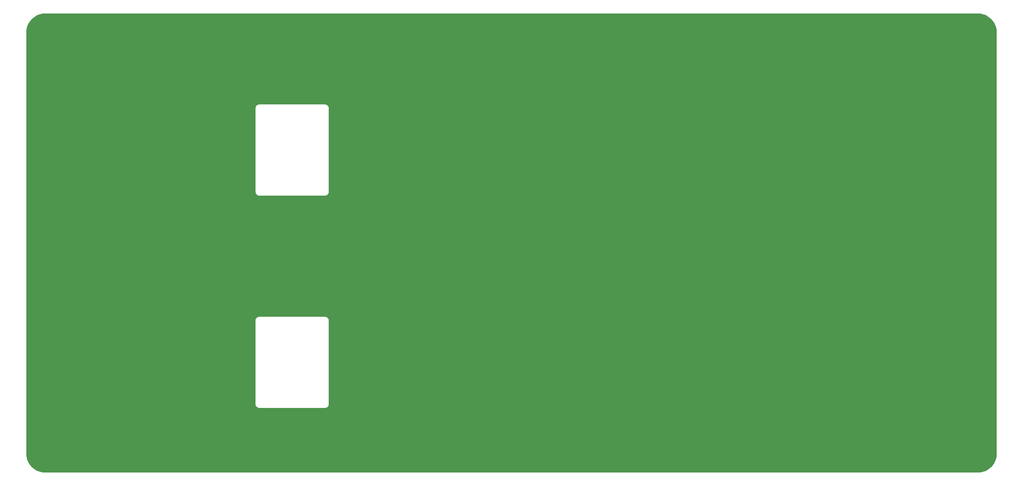
<source format=gbr>
%TF.GenerationSoftware,KiCad,Pcbnew,7.0.10*%
%TF.CreationDate,2024-05-11T12:39:29+02:00*%
%TF.ProjectId,Forte_PA_Deck,466f7274-655f-4504-915f-4465636b2e6b,1.0*%
%TF.SameCoordinates,Original*%
%TF.FileFunction,Copper,L2,Bot*%
%TF.FilePolarity,Positive*%
%FSLAX46Y46*%
G04 Gerber Fmt 4.6, Leading zero omitted, Abs format (unit mm)*
G04 Created by KiCad (PCBNEW 7.0.10) date 2024-05-11 12:39:29*
%MOMM*%
%LPD*%
G01*
G04 APERTURE LIST*
%TA.AperFunction,ComponentPad*%
%ADD10C,4.000000*%
%TD*%
%TA.AperFunction,ComponentPad*%
%ADD11O,1.600000X1.600000*%
%TD*%
%TA.AperFunction,ComponentPad*%
%ADD12O,2.500000X4.500000*%
%TD*%
%TA.AperFunction,ViaPad*%
%ADD13C,1.750000*%
%TD*%
%TA.AperFunction,ViaPad*%
%ADD14C,1.000000*%
%TD*%
%TA.AperFunction,ViaPad*%
%ADD15C,9.000000*%
%TD*%
G04 APERTURE END LIST*
D10*
%TO.P,J4,1,Pin_1*%
%TO.N,GND*%
X256790000Y-128000000D03*
X256790000Y-138800000D03*
X262000000Y-128000000D03*
X262000000Y-138800000D03*
X267210000Y-128000000D03*
X267210000Y-138800000D03*
%TD*%
D11*
%TO.P,TH1,2*%
%TO.N,GND*%
X94750000Y-54000000D03*
%TD*%
%TO.P,TH3,2*%
%TO.N,GND*%
X81750000Y-117440000D03*
%TD*%
D12*
%TO.P,Q2,2,S*%
%TO.N,GND*%
X94050000Y-108000000D03*
%TD*%
%TO.P,Q1,2,S*%
%TO.N,GND*%
X94050000Y-83800000D03*
%TD*%
D11*
%TO.P,TH2,2*%
%TO.N,GND*%
X81800000Y-74560000D03*
%TD*%
D13*
%TO.N,GND*%
X96000000Y-88500000D03*
D14*
X101828600Y-51054000D03*
X93065600Y-40335200D03*
X36550000Y-33250000D03*
X245850000Y-33250000D03*
X25000000Y-104050000D03*
X276250000Y-127700000D03*
D13*
X186750000Y-113000000D03*
D14*
X63231296Y-84974792D03*
X199500000Y-148000000D03*
X58250000Y-151500000D03*
D13*
X135166664Y-141750000D03*
X242916664Y-98250000D03*
D14*
X276250000Y-134600000D03*
D13*
X127249998Y-115750000D03*
X141583330Y-126000000D03*
D14*
X30750000Y-134750000D03*
X43000000Y-130000000D03*
X58500000Y-46750000D03*
X276250000Y-120800000D03*
X50250000Y-91050000D03*
X278750000Y-117700000D03*
X28000000Y-100550000D03*
X142350000Y-33250000D03*
X45750000Y-105550000D03*
X184550000Y-151500000D03*
X60550000Y-151500000D03*
D13*
X131583331Y-141750000D03*
X159500000Y-115750000D03*
X82000000Y-124250000D03*
D14*
X276250000Y-95500000D03*
X156150000Y-33250000D03*
X209850000Y-151500000D03*
D13*
X91500000Y-81500000D03*
X260833329Y-98250000D03*
D14*
X152000000Y-38000000D03*
D13*
X107400000Y-54600000D03*
D14*
X106000000Y-38000000D03*
X278750000Y-67450000D03*
X100507800Y-49149000D03*
X70500000Y-80750000D03*
X45750000Y-119350000D03*
D13*
X137999997Y-115750000D03*
X183583332Y-53000000D03*
D14*
X190300000Y-148000000D03*
X115750000Y-151500000D03*
X218250000Y-33250000D03*
D13*
X183333332Y-62250000D03*
X153333329Y-58750000D03*
D14*
X45750000Y-103250000D03*
D13*
X107150000Y-75600000D03*
X148749996Y-126000000D03*
D14*
X50250000Y-104850000D03*
X228250000Y-151500000D03*
X278750000Y-69750000D03*
X28000000Y-114350000D03*
D13*
X156916662Y-50000000D03*
D14*
X84407800Y-49149000D03*
X278750000Y-120000000D03*
D13*
X183749999Y-103250000D03*
D14*
X260450000Y-151500000D03*
X108850000Y-151500000D03*
X278750000Y-138400000D03*
D13*
X231416669Y-90750000D03*
D14*
X278750000Y-115400000D03*
X106800000Y-146500000D03*
X142800000Y-38000000D03*
X85850000Y-151500000D03*
D13*
X160500000Y-58750000D03*
X155916662Y-135500000D03*
X152333329Y-126000000D03*
D14*
X41000000Y-65250000D03*
D13*
X82000000Y-131750000D03*
D14*
X48750000Y-129750000D03*
D13*
X88166663Y-141750000D03*
D14*
X213650000Y-33250000D03*
X170750000Y-151500000D03*
X25000000Y-108650000D03*
X149250000Y-33250000D03*
D13*
X259000000Y-50083335D03*
D14*
X54250000Y-53000000D03*
X79200000Y-146500000D03*
X206400000Y-148000000D03*
X45750000Y-112450000D03*
X31700000Y-87750000D03*
X149700000Y-38000000D03*
D13*
X221416666Y-98250000D03*
D14*
X104500000Y-146500000D03*
X62850000Y-151500000D03*
X89450000Y-33250000D03*
D13*
X124416665Y-141750000D03*
X77416664Y-141750000D03*
X113666666Y-67250000D03*
D14*
X215950000Y-33250000D03*
D13*
X224999999Y-98250000D03*
D14*
X98207800Y-49149000D03*
X43750000Y-46000000D03*
X183400000Y-148000000D03*
X96350000Y-33250000D03*
X275750000Y-54700000D03*
X225150000Y-33250000D03*
X99900000Y-146500000D03*
X70500000Y-79250000D03*
X105550000Y-33250000D03*
X25000000Y-140850000D03*
X45750000Y-98650000D03*
D13*
X259000000Y-39333331D03*
X91500000Y-108750000D03*
D14*
X83550000Y-151500000D03*
D13*
X107150000Y-67350000D03*
D14*
X174800000Y-38000000D03*
D13*
X155916662Y-115750000D03*
D14*
X190900000Y-38000000D03*
X29750000Y-79250000D03*
X25000000Y-55750000D03*
X172250000Y-33250000D03*
X66500000Y-85500000D03*
X61515000Y-70060000D03*
X59750000Y-46750000D03*
X28000000Y-91350000D03*
D13*
X217833333Y-98250000D03*
D14*
X276250000Y-93200000D03*
X70500000Y-111250000D03*
D13*
X243450000Y-69950000D03*
D14*
X74350000Y-151500000D03*
D13*
X82000000Y-127750000D03*
D14*
X126700000Y-38000000D03*
X39000000Y-75000000D03*
D13*
X124666665Y-58750000D03*
D14*
X213300000Y-148000000D03*
X45750000Y-94050000D03*
X278750000Y-140700000D03*
D13*
X130833331Y-135500000D03*
X85000000Y-81600000D03*
D14*
X222850000Y-33250000D03*
X59000000Y-64250000D03*
D13*
X110083333Y-141750000D03*
D14*
X75666600Y-44831000D03*
X113450000Y-151500000D03*
X144650000Y-33250000D03*
X40500000Y-87700000D03*
X181450000Y-33250000D03*
X151550000Y-33250000D03*
X222500000Y-148000000D03*
X195250000Y-33250000D03*
X25000000Y-101750000D03*
X28000000Y-89050000D03*
D13*
X190916665Y-103250000D03*
D14*
X276250000Y-123100000D03*
D13*
X146166663Y-50000000D03*
D14*
X99528600Y-51054000D03*
X196050000Y-151500000D03*
X129000000Y-38000000D03*
D13*
X169000000Y-62250000D03*
D14*
X276250000Y-107000000D03*
X116000000Y-146500000D03*
X223650000Y-151500000D03*
D13*
X105750000Y-115750000D03*
X198499999Y-141250000D03*
X127999998Y-141750000D03*
D14*
X120350000Y-151500000D03*
X197800000Y-38000000D03*
X75900000Y-84900000D03*
X49500000Y-123750000D03*
D13*
X123666665Y-135500000D03*
D14*
X95300000Y-146500000D03*
X45750000Y-96350000D03*
X50250000Y-88750000D03*
D13*
X159500000Y-126000000D03*
D14*
X36500000Y-61500000D03*
X45750000Y-82550000D03*
X137750000Y-33250000D03*
D13*
X197916664Y-53000000D03*
D14*
X122650000Y-151500000D03*
X52650000Y-33250000D03*
X25000000Y-122450000D03*
D13*
X131833331Y-50000000D03*
X135416664Y-50000000D03*
D14*
X197200000Y-148000000D03*
D13*
X152333329Y-135500000D03*
X257000000Y-133500000D03*
X191333333Y-141250000D03*
X130833331Y-115750000D03*
D14*
X40500000Y-126800000D03*
X200100000Y-38000000D03*
X161750000Y-151500000D03*
D13*
X84900000Y-109500000D03*
D14*
X145650000Y-151500000D03*
D13*
X76000000Y-95750000D03*
D14*
X143600000Y-146500000D03*
X132100000Y-146500000D03*
X246650000Y-151500000D03*
X45750000Y-89450000D03*
X148200000Y-146500000D03*
X93607800Y-49149000D03*
X198350000Y-151500000D03*
X66450000Y-33250000D03*
X41250000Y-52500000D03*
D13*
X88000000Y-101300000D03*
D14*
X241250000Y-33250000D03*
D13*
X257200000Y-74450001D03*
X120083332Y-115750000D03*
D14*
X97228600Y-51054000D03*
X78828600Y-51054000D03*
D13*
X109333333Y-135500000D03*
D14*
X117050000Y-33250000D03*
X32250000Y-58250000D03*
D13*
X259000000Y-46500002D03*
X141583330Y-115750000D03*
X106750000Y-50000000D03*
D14*
X278750000Y-143000000D03*
X236000000Y-35500000D03*
X78740000Y-38963600D03*
X28000000Y-86750000D03*
D15*
X95000000Y-95750000D03*
D14*
X278750000Y-136100000D03*
X276250000Y-116200000D03*
D13*
X91500000Y-84500000D03*
D14*
X276250000Y-111600000D03*
X79950000Y-84925000D03*
X188600000Y-38000000D03*
X90328600Y-51054000D03*
X25000000Y-69550000D03*
X28000000Y-116650000D03*
X25000000Y-87950000D03*
X25000000Y-115550000D03*
D13*
X215416669Y-113000000D03*
D14*
X63250000Y-118000000D03*
X34250000Y-33250000D03*
X31250000Y-53750000D03*
D15*
X166000000Y-147000000D03*
D14*
X150500000Y-146500000D03*
X37550000Y-151500000D03*
X50250000Y-100250000D03*
X276250000Y-130000000D03*
D13*
X219166662Y-62250000D03*
X201499997Y-53000000D03*
D14*
X92750000Y-151500000D03*
X79807800Y-49149000D03*
X226000000Y-41500000D03*
X25000000Y-71850000D03*
D13*
X88000000Y-97000000D03*
D14*
X61785000Y-125550000D03*
X131850000Y-151500000D03*
X69750000Y-40750000D03*
X236000000Y-37250000D03*
D13*
X187333332Y-103250000D03*
X215999996Y-103250000D03*
D14*
X86100000Y-146500000D03*
D13*
X253666663Y-98250000D03*
D14*
X25000000Y-110950000D03*
D13*
X116499999Y-126000000D03*
D14*
X49050000Y-151500000D03*
D13*
X193916666Y-113000000D03*
D14*
X250450000Y-33250000D03*
X28000000Y-107450000D03*
D13*
X59499999Y-141750000D03*
D14*
X276250000Y-139200000D03*
X66000000Y-47000000D03*
D13*
X242166668Y-90750000D03*
D14*
X193200000Y-38000000D03*
X229750000Y-33250000D03*
X57500000Y-124000000D03*
X25000000Y-131650000D03*
X188350000Y-33250000D03*
D13*
X134416664Y-115750000D03*
D14*
X209050000Y-33250000D03*
X278750000Y-113100000D03*
D15*
X166000000Y-41000000D03*
D13*
X160500000Y-50000000D03*
D14*
X50250000Y-118650000D03*
X186300000Y-38000000D03*
X88028600Y-51054000D03*
D13*
X131583331Y-67250000D03*
D14*
X40500000Y-90000000D03*
X79500000Y-122500000D03*
X45750000Y-84850000D03*
X45750000Y-87150000D03*
X67250000Y-38000000D03*
X278750000Y-65150000D03*
X190650000Y-33250000D03*
X100950000Y-33250000D03*
X63100000Y-146500000D03*
X46250000Y-132250000D03*
X52000000Y-121250000D03*
X25000000Y-83350000D03*
D13*
X121083332Y-50000000D03*
X149499996Y-141750000D03*
X239333331Y-98250000D03*
D14*
X110600000Y-38000000D03*
X52750000Y-72750000D03*
D13*
X63083332Y-141750000D03*
D14*
X134400000Y-146500000D03*
X71900000Y-107300000D03*
X63250000Y-74000000D03*
X35250000Y-134750000D03*
X82000000Y-111250000D03*
X110150000Y-33250000D03*
X275750000Y-63900000D03*
X239750000Y-151500000D03*
X87150000Y-33250000D03*
X75250000Y-125000000D03*
X248950000Y-151500000D03*
X276250000Y-97800000D03*
X276250000Y-113900000D03*
X40750000Y-137750000D03*
D13*
X187166665Y-53000000D03*
X198383333Y-83000000D03*
D14*
X276250000Y-104700000D03*
X25000000Y-113250000D03*
X226000000Y-39750000D03*
X140500000Y-38000000D03*
X49750000Y-50250000D03*
X153850000Y-33250000D03*
X41250000Y-51250000D03*
X40500000Y-92300000D03*
X102200000Y-146500000D03*
X80000000Y-112000000D03*
D13*
X194499998Y-103250000D03*
D14*
X76750000Y-36750000D03*
X43000000Y-63000000D03*
X40500000Y-101500000D03*
D13*
X190499998Y-62250000D03*
D14*
X28000000Y-102850000D03*
X211350000Y-33250000D03*
X80500000Y-80250000D03*
X248150000Y-33250000D03*
X90765600Y-40335200D03*
D13*
X219583329Y-103250000D03*
X214250000Y-98250000D03*
D14*
X40500000Y-110700000D03*
X278750000Y-101600000D03*
X83800000Y-146500000D03*
X86165600Y-40335200D03*
X185700000Y-148000000D03*
D13*
X138999997Y-58750000D03*
D14*
X226000000Y-43799503D03*
D13*
X137999997Y-126000000D03*
X134416664Y-135500000D03*
X226750000Y-103250000D03*
X120833332Y-67250000D03*
D14*
X45750000Y-110150000D03*
X36000000Y-114300000D03*
D13*
X209249998Y-141250000D03*
X138749997Y-67250000D03*
X155916662Y-126000000D03*
D14*
X31500000Y-78250000D03*
X207000000Y-38000000D03*
X28000000Y-125850000D03*
X50250000Y-95650000D03*
X73350000Y-33250000D03*
D13*
X153083329Y-67250000D03*
D14*
X221350000Y-151500000D03*
X42150000Y-151500000D03*
D13*
X116499999Y-115750000D03*
X120833332Y-141750000D03*
X124416665Y-67250000D03*
D14*
X78765400Y-36750000D03*
D13*
X131833331Y-58750000D03*
D14*
X37000000Y-53250000D03*
X227100000Y-148000000D03*
D13*
X176166666Y-62250000D03*
D14*
X113700000Y-146500000D03*
X104851200Y-40741600D03*
D13*
X145166663Y-126000000D03*
D14*
X150250000Y-151500000D03*
X72766600Y-44831000D03*
X40500000Y-103800000D03*
X98650000Y-33250000D03*
X278750000Y-126900000D03*
D13*
X176583333Y-103250000D03*
X259000000Y-68000000D03*
D14*
X59000000Y-43250000D03*
X220800000Y-38000000D03*
X200650000Y-151500000D03*
D13*
X145166663Y-135500000D03*
D14*
X95000000Y-111250000D03*
D13*
X201249997Y-62250000D03*
D14*
X163050000Y-33250000D03*
X235150000Y-151500000D03*
X165350000Y-33250000D03*
X278750000Y-51350000D03*
D13*
X243450000Y-73533333D03*
X127249998Y-126000000D03*
D14*
X48050000Y-33250000D03*
D13*
X259149999Y-145600000D03*
D14*
X88400000Y-146500000D03*
X25000000Y-124750000D03*
D13*
X166900000Y-106400000D03*
X105750000Y-126000000D03*
D14*
X278750000Y-133800000D03*
X278750000Y-58250000D03*
X34000000Y-87750000D03*
D13*
X250083330Y-98250000D03*
X205549999Y-83000000D03*
D14*
X43450000Y-33250000D03*
D13*
X70249998Y-141750000D03*
D14*
X135900000Y-38000000D03*
X91307800Y-49149000D03*
X126250000Y-33250000D03*
D13*
X194916666Y-141250000D03*
X55916666Y-141750000D03*
X145916663Y-141750000D03*
D14*
X79900000Y-107300000D03*
X179400000Y-38000000D03*
D13*
X145916663Y-67250000D03*
X259000000Y-57250001D03*
D14*
X125200000Y-146500000D03*
X63250000Y-116500000D03*
X227750000Y-67000000D03*
X66750000Y-79000000D03*
X197550000Y-33250000D03*
D13*
X117249999Y-141750000D03*
D14*
X83865600Y-40335200D03*
X278750000Y-37550000D03*
X40500000Y-113000000D03*
D13*
X223000000Y-53000000D03*
D14*
X50250000Y-116350000D03*
X278750000Y-60550000D03*
X45750000Y-117050000D03*
X35250000Y-140750000D03*
X195500000Y-38000000D03*
D13*
X84583330Y-141750000D03*
D14*
X237450000Y-151500000D03*
X25000000Y-120150000D03*
D13*
X251983333Y-145600000D03*
X130833331Y-126000000D03*
D14*
X65500000Y-65500000D03*
X158900000Y-38000000D03*
X191450000Y-151500000D03*
X97600000Y-146500000D03*
X209300000Y-38000000D03*
X119800000Y-38000000D03*
X177650000Y-151500000D03*
X36250000Y-66750000D03*
D13*
X95333329Y-141750000D03*
D14*
X118300000Y-146500000D03*
D13*
X264166666Y-133500000D03*
X127999998Y-67250000D03*
X82600000Y-71200000D03*
D15*
X271000000Y-147000000D03*
D13*
X197666664Y-62250000D03*
D14*
X172500000Y-38000000D03*
X232850000Y-151500000D03*
X127250000Y-151500000D03*
X104250000Y-151500000D03*
X72050000Y-151500000D03*
X66000000Y-50000000D03*
X40500000Y-94600000D03*
X50350000Y-33250000D03*
X40500000Y-78500000D03*
X174550000Y-33250000D03*
X181700000Y-38000000D03*
X227450000Y-33250000D03*
D13*
X153083329Y-141750000D03*
D14*
X63750000Y-92000000D03*
X44450000Y-151500000D03*
X70000000Y-146500000D03*
X232050000Y-33250000D03*
X186850000Y-151500000D03*
D13*
X91000000Y-103100000D03*
D14*
X88465600Y-40335200D03*
X38000000Y-134750000D03*
X50250000Y-86450000D03*
D13*
X242883333Y-56050000D03*
D14*
X25000000Y-127050000D03*
D13*
X88000000Y-89800000D03*
X73000000Y-95750000D03*
D14*
X69700000Y-52500000D03*
X117500000Y-38000000D03*
X65150000Y-151500000D03*
D13*
X239300000Y-56050000D03*
D14*
X30750000Y-58250000D03*
D13*
X208833330Y-103250000D03*
X116499999Y-135500000D03*
D14*
X178800000Y-148000000D03*
D13*
X257200000Y-78033334D03*
X180166666Y-103250000D03*
D14*
X77400000Y-115950000D03*
D13*
X148749996Y-135500000D03*
D14*
X112450000Y-33250000D03*
D13*
X107400000Y-58850000D03*
D14*
X40500000Y-124500000D03*
X101950000Y-151500000D03*
X112900000Y-38000000D03*
D13*
X162100000Y-112200000D03*
D14*
X81500000Y-146500000D03*
X64150000Y-33250000D03*
X45000000Y-56000000D03*
X82550000Y-33250000D03*
D13*
X246499997Y-98250000D03*
D14*
X275750000Y-66200000D03*
X25000000Y-90250000D03*
X278750000Y-44450000D03*
X176850000Y-33250000D03*
D13*
X208249998Y-113000000D03*
D14*
X50250000Y-97950000D03*
X89500000Y-53000000D03*
X234350000Y-33250000D03*
X63750000Y-99750000D03*
X127500000Y-146500000D03*
X40500000Y-115300000D03*
X25000000Y-74150000D03*
X38250000Y-140000000D03*
X51500000Y-40000000D03*
D13*
X141583330Y-135500000D03*
D14*
X265050000Y-151500000D03*
X229400000Y-148000000D03*
X108300000Y-38000000D03*
D13*
X91500000Y-106500000D03*
D14*
X25000000Y-81050000D03*
X208700000Y-148000000D03*
X40500000Y-99200000D03*
X189150000Y-151500000D03*
X28000000Y-123550000D03*
X25000000Y-44250000D03*
X45250000Y-59250000D03*
D13*
X179749999Y-62250000D03*
D14*
X45750000Y-114750000D03*
D13*
X95500000Y-103000000D03*
D14*
X83000000Y-80500000D03*
X79000000Y-59800000D03*
D13*
X142583330Y-50000000D03*
D14*
X278750000Y-103900000D03*
D13*
X187750000Y-141250000D03*
D14*
X202150000Y-33250000D03*
X28000000Y-118950000D03*
X50250000Y-79550000D03*
X40500000Y-122200000D03*
X74000000Y-51000000D03*
X173050000Y-151500000D03*
X38850000Y-33250000D03*
X136450000Y-151500000D03*
D13*
X197499999Y-113000000D03*
D14*
X176500000Y-148000000D03*
X59000000Y-66000000D03*
D13*
X138749997Y-141750000D03*
D14*
X129800000Y-146500000D03*
X83000000Y-86750000D03*
X158450000Y-33250000D03*
X91750000Y-33250000D03*
X278750000Y-99300000D03*
X40500000Y-119900000D03*
X122100000Y-38000000D03*
X57750000Y-76000000D03*
X51250000Y-127250000D03*
X275750000Y-52400000D03*
X25000000Y-94850000D03*
D13*
X135416664Y-58750000D03*
D14*
X95050000Y-151500000D03*
X45750000Y-123950000D03*
X227750000Y-65250000D03*
X111400000Y-146500000D03*
X81500000Y-101250000D03*
X45750000Y-91750000D03*
D13*
X268000000Y-98250000D03*
X82600000Y-62200000D03*
D14*
X80500000Y-69250000D03*
X276250000Y-141500000D03*
X77507800Y-49149000D03*
X72500000Y-125000000D03*
X109100000Y-146500000D03*
X41250000Y-75000000D03*
X216200000Y-38000000D03*
D13*
X172583333Y-62250000D03*
D14*
X278750000Y-49050000D03*
X220550000Y-33250000D03*
D13*
X113916666Y-58750000D03*
D14*
X25000000Y-92550000D03*
X37500000Y-78250000D03*
X218500000Y-38000000D03*
D13*
X156916662Y-58750000D03*
X201083332Y-113000000D03*
D14*
X92250000Y-111250000D03*
X76650000Y-151500000D03*
X264250000Y-33250000D03*
D13*
X153333329Y-50000000D03*
D14*
X43750000Y-78250000D03*
X71050000Y-33250000D03*
X202400000Y-38000000D03*
X60800000Y-146500000D03*
X252750000Y-33250000D03*
D13*
X120083332Y-126000000D03*
D14*
X179150000Y-33250000D03*
X25000000Y-51150000D03*
X40500000Y-85400000D03*
D13*
X190333333Y-113000000D03*
D14*
X68750000Y-87250000D03*
D13*
X190749998Y-53000000D03*
X205666665Y-141250000D03*
D14*
X25000000Y-76450000D03*
X49250000Y-68750000D03*
D13*
X127249998Y-135500000D03*
D14*
X74600000Y-146500000D03*
X278750000Y-39850000D03*
X57750000Y-115000000D03*
D13*
X124666665Y-50000000D03*
D14*
X53000000Y-46750000D03*
D13*
X159500000Y-135500000D03*
D14*
X278750000Y-106200000D03*
D13*
X84750000Y-97000000D03*
X205083330Y-53000000D03*
D14*
X25000000Y-99450000D03*
X67700000Y-146500000D03*
X43750000Y-134500000D03*
X169950000Y-33250000D03*
D13*
X149749996Y-58750000D03*
D14*
X225400000Y-38000000D03*
D13*
X123666665Y-115750000D03*
X259000000Y-60833334D03*
X194800000Y-83000000D03*
D14*
X75650000Y-33250000D03*
D13*
X223166662Y-103250000D03*
X103900000Y-94200000D03*
X149499996Y-67250000D03*
D14*
X111150000Y-151500000D03*
D13*
X257200000Y-81616667D03*
D14*
X120600000Y-146500000D03*
X25000000Y-78750000D03*
X57750000Y-73750000D03*
X77950000Y-33250000D03*
D13*
X216416669Y-141250000D03*
D14*
X238950000Y-33250000D03*
X130850000Y-33250000D03*
X154300000Y-38000000D03*
X278750000Y-124600000D03*
X56250000Y-124000000D03*
D13*
X160250000Y-141750000D03*
X82600000Y-65000000D03*
D14*
X77750000Y-66000000D03*
X25000000Y-46550000D03*
D13*
X232166665Y-98250000D03*
D14*
X43750000Y-44000000D03*
X141300000Y-146500000D03*
X28000000Y-128150000D03*
D13*
X215833329Y-53000000D03*
D14*
X204450000Y-33250000D03*
X124950000Y-151500000D03*
X33000000Y-134750000D03*
X28000000Y-84450000D03*
X244350000Y-151500000D03*
X204700000Y-38000000D03*
X152550000Y-151500000D03*
D13*
X228583332Y-98250000D03*
D14*
X212150000Y-151500000D03*
X36000000Y-116600000D03*
D13*
X198383333Y-73400000D03*
X227833331Y-90750000D03*
D14*
X141050000Y-151500000D03*
X202950000Y-151500000D03*
X225950000Y-151500000D03*
X46250000Y-75000000D03*
X52500000Y-63250000D03*
D13*
X105750000Y-130750000D03*
D14*
X40250000Y-68000000D03*
D13*
X88000000Y-94500000D03*
D14*
X278750000Y-55950000D03*
D13*
X164500000Y-109300000D03*
D14*
X50250000Y-107150000D03*
X204100000Y-148000000D03*
X227700000Y-38000000D03*
X44000000Y-75000000D03*
X276250000Y-100100000D03*
D13*
X205549999Y-73400000D03*
D14*
X76581000Y-39014400D03*
X217900000Y-148000000D03*
X275750000Y-50100000D03*
X107850000Y-33250000D03*
D13*
X248400000Y-145600000D03*
D14*
X216750000Y-151500000D03*
X57750000Y-117000000D03*
X53650000Y-151500000D03*
X50250000Y-111750000D03*
X102666800Y-45237400D03*
X38750000Y-63750000D03*
D13*
X113666666Y-141750000D03*
X112916666Y-135500000D03*
X257200000Y-85200000D03*
X142333330Y-141750000D03*
D14*
X72750000Y-120750000D03*
X74500000Y-73250000D03*
X257350000Y-33250000D03*
D13*
X80999997Y-141750000D03*
D14*
X278750000Y-94700000D03*
X93000000Y-146500000D03*
X56500000Y-46750000D03*
X86707800Y-49149000D03*
X253550000Y-151500000D03*
X28000000Y-105150000D03*
D13*
X121083332Y-58750000D03*
D14*
X51000000Y-74500000D03*
D13*
X219416662Y-53000000D03*
D14*
X45750000Y-100950000D03*
X70250000Y-62250000D03*
D13*
X235000002Y-90750000D03*
D14*
X45750000Y-33250000D03*
X131300000Y-38000000D03*
D13*
X101300000Y-95900000D03*
D14*
X25000000Y-85650000D03*
X227750000Y-60000000D03*
X213900000Y-38000000D03*
X45750000Y-80250000D03*
X76500000Y-51000000D03*
X276250000Y-132300000D03*
X242050000Y-151500000D03*
X160750000Y-33250000D03*
D13*
X201966666Y-73400000D03*
D14*
X122900000Y-146500000D03*
D13*
X52333333Y-141750000D03*
D14*
X95326200Y-40360600D03*
X83600000Y-57600000D03*
D13*
X123666665Y-126000000D03*
D14*
X45750000Y-121650000D03*
D13*
X242900000Y-49850000D03*
D14*
X275750000Y-61600000D03*
X63500000Y-55250000D03*
X230250000Y-49750000D03*
D13*
X128249998Y-50000000D03*
D14*
X25000000Y-67250000D03*
X49250000Y-67000000D03*
X28500000Y-140750000D03*
X245500000Y-37500000D03*
X278750000Y-42150000D03*
X97350000Y-151500000D03*
X262750000Y-151500000D03*
X245500000Y-35750000D03*
X97500000Y-53250000D03*
X43250000Y-56000000D03*
X276250000Y-136900000D03*
X25000000Y-64950000D03*
X219050000Y-151500000D03*
X83000000Y-105250000D03*
X50750000Y-63250000D03*
X255850000Y-151500000D03*
X50250000Y-102550000D03*
X28000000Y-109750000D03*
X192950000Y-33250000D03*
X94928600Y-51054000D03*
X49750000Y-71500000D03*
X143350000Y-151500000D03*
X68750000Y-33250000D03*
X25000000Y-106350000D03*
X74000000Y-48500000D03*
X133150000Y-33250000D03*
X121650000Y-33250000D03*
X186050000Y-33250000D03*
X134150000Y-151500000D03*
X278750000Y-108500000D03*
X45250000Y-128000000D03*
X53000000Y-55750000D03*
X188000000Y-148000000D03*
D13*
X73833331Y-141750000D03*
D14*
X61850000Y-33250000D03*
X106550000Y-151500000D03*
X224800000Y-148000000D03*
X40500000Y-108400000D03*
X251250000Y-151500000D03*
X25000000Y-133950000D03*
D13*
X135166664Y-67250000D03*
D14*
X227750000Y-62250000D03*
X28000000Y-132750000D03*
X275750000Y-47800000D03*
X58000000Y-92000000D03*
X211600000Y-38000000D03*
X77250000Y-123750000D03*
X278750000Y-46750000D03*
X181100000Y-148000000D03*
X36000000Y-112000000D03*
X47500000Y-125750000D03*
X50250000Y-114050000D03*
X206750000Y-33250000D03*
X278750000Y-53650000D03*
D13*
X259000000Y-53666668D03*
D14*
X119350000Y-33250000D03*
D13*
X91200000Y-88500000D03*
X179999999Y-53000000D03*
D14*
X76900000Y-146500000D03*
X220200000Y-148000000D03*
X70500000Y-112500000D03*
X55250000Y-46750000D03*
D13*
X145166663Y-115750000D03*
D14*
X103759000Y-43205400D03*
X167650000Y-33250000D03*
D13*
X110333333Y-50000000D03*
D14*
X276250000Y-109300000D03*
D13*
X82000000Y-135500000D03*
D14*
X147400000Y-38000000D03*
D13*
X260583333Y-133500000D03*
D14*
X58500000Y-146500000D03*
X53250000Y-43250000D03*
X61750000Y-40250000D03*
X139000000Y-146500000D03*
X47000000Y-78250000D03*
X138750000Y-151500000D03*
D13*
X173000000Y-103250000D03*
D14*
X25000000Y-129350000D03*
X205250000Y-151500000D03*
X136700000Y-146500000D03*
X67250000Y-62250000D03*
X182250000Y-151500000D03*
D13*
X102500000Y-141750000D03*
D14*
X278750000Y-97000000D03*
X90700000Y-146500000D03*
D15*
X199000000Y-96000000D03*
D14*
X28000000Y-130450000D03*
D13*
X212416663Y-103250000D03*
D14*
X50250000Y-93350000D03*
D13*
X215583329Y-62250000D03*
D14*
X82107800Y-49149000D03*
X25000000Y-60350000D03*
X140050000Y-33250000D03*
D13*
X91749996Y-141750000D03*
D14*
X50250000Y-81850000D03*
D13*
X238583335Y-90750000D03*
X194800000Y-73400000D03*
D14*
X85728600Y-51054000D03*
D13*
X142583330Y-58750000D03*
D14*
X83286600Y-42443400D03*
X214450000Y-151500000D03*
X72750000Y-119500000D03*
X43750000Y-40000000D03*
X39500000Y-133000000D03*
X32250000Y-65500000D03*
D13*
X222750000Y-62250000D03*
X264416662Y-98250000D03*
D14*
X43250000Y-59250000D03*
X276250000Y-102400000D03*
X82000000Y-121250000D03*
D13*
X117499999Y-50000000D03*
D14*
X207550000Y-151500000D03*
X34750000Y-61500000D03*
X89007800Y-49149000D03*
X28000000Y-112050000D03*
D13*
X201966666Y-83000000D03*
D14*
X275750000Y-57000000D03*
X40500000Y-96900000D03*
D15*
X271000000Y-41000000D03*
D14*
X192600000Y-148000000D03*
D13*
X194083331Y-62250000D03*
D14*
X275750000Y-59300000D03*
X129550000Y-151500000D03*
D13*
X211999996Y-62250000D03*
D14*
X75900000Y-107300000D03*
D13*
X211833331Y-113000000D03*
D14*
X231700000Y-148000000D03*
X81128600Y-51054000D03*
X177100000Y-38000000D03*
X32000000Y-140750000D03*
X81250000Y-151500000D03*
X115200000Y-38000000D03*
X211000000Y-148000000D03*
X40500000Y-106100000D03*
X145900000Y-146500000D03*
X25000000Y-136250000D03*
X147950000Y-151500000D03*
X25000000Y-97150000D03*
X183750000Y-33250000D03*
X28000000Y-121250000D03*
X25000000Y-48850000D03*
D13*
X82600000Y-68000000D03*
X201666664Y-103250000D03*
X105750000Y-135500000D03*
D14*
X65400000Y-146500000D03*
D13*
X204666665Y-113000000D03*
D14*
X193750000Y-151500000D03*
X90450000Y-151500000D03*
X157150000Y-151500000D03*
X114750000Y-33250000D03*
D13*
X68600000Y-95800000D03*
D14*
X48250000Y-73250000D03*
X215600000Y-148000000D03*
D13*
X249333334Y-90750000D03*
D14*
X84850000Y-33250000D03*
D13*
X256500000Y-90750000D03*
D14*
X275750000Y-45500000D03*
D13*
X172833333Y-53000000D03*
X259000000Y-64416667D03*
D14*
X67450000Y-151500000D03*
D13*
X156666662Y-141750000D03*
D14*
X83464400Y-38125400D03*
X278750000Y-122300000D03*
D13*
X63250000Y-95750000D03*
D14*
X159450000Y-151500000D03*
X85500000Y-53000000D03*
X276250000Y-125400000D03*
X34500000Y-78250000D03*
D13*
X105750000Y-120750000D03*
D14*
X82000000Y-120000000D03*
X83428600Y-51054000D03*
D13*
X169600000Y-104000000D03*
D14*
X70750000Y-65500000D03*
D13*
X186916665Y-62250000D03*
X268000000Y-62149999D03*
D14*
X50250000Y-109450000D03*
D13*
X109333333Y-115750000D03*
D14*
X146950000Y-33250000D03*
X230250000Y-52750000D03*
X73000000Y-39750000D03*
D13*
X128249998Y-58750000D03*
D14*
X59750000Y-40250000D03*
D13*
X208666663Y-53000000D03*
D14*
X99650000Y-151500000D03*
X128550000Y-33250000D03*
X73750000Y-56750000D03*
X65250000Y-58250000D03*
X199850000Y-33250000D03*
X28000000Y-81000000D03*
X25000000Y-138550000D03*
D13*
X239316667Y-49850000D03*
X268000000Y-54983333D03*
D14*
X25000000Y-58050000D03*
X275750000Y-68500000D03*
D13*
X149749996Y-50000000D03*
X112916666Y-115750000D03*
X204833330Y-62250000D03*
D14*
X145100000Y-38000000D03*
X39850000Y-151500000D03*
D13*
X137999997Y-135500000D03*
X198083331Y-103250000D03*
D14*
X45750000Y-107850000D03*
D13*
X81750000Y-95750000D03*
X257249996Y-98250000D03*
D14*
X66250000Y-106500000D03*
X28000000Y-93650000D03*
D13*
X66666665Y-141750000D03*
D14*
X69750000Y-151500000D03*
X45000000Y-63000000D03*
D13*
X268000000Y-51400000D03*
D14*
X278750000Y-110800000D03*
D13*
X109333333Y-126000000D03*
X113916666Y-50000000D03*
X107150000Y-63350000D03*
X156666662Y-67250000D03*
D14*
X83000000Y-83750000D03*
X55950000Y-151500000D03*
D13*
X117249999Y-67250000D03*
D14*
X276250000Y-118500000D03*
X25000000Y-62650000D03*
X258150000Y-151500000D03*
D13*
X205249997Y-103250000D03*
D14*
X80250000Y-33250000D03*
D13*
X202083332Y-141250000D03*
D14*
X57750000Y-100000000D03*
X68500000Y-105000000D03*
D13*
X106500000Y-141750000D03*
X148749996Y-115750000D03*
D14*
X63750000Y-106750000D03*
X278750000Y-62850000D03*
D13*
X120083332Y-135500000D03*
D14*
X103250000Y-33250000D03*
X138200000Y-38000000D03*
X123950000Y-33250000D03*
X53750000Y-125250000D03*
X81700994Y-53200000D03*
X57250000Y-33250000D03*
X133600000Y-38000000D03*
X40500000Y-129100000D03*
X278750000Y-131500000D03*
X62000000Y-55250000D03*
X154850000Y-151500000D03*
X40500000Y-117600000D03*
D13*
X252916667Y-90750000D03*
D14*
X81500000Y-90750000D03*
X61500000Y-46750000D03*
X95907800Y-49149000D03*
X28000000Y-98250000D03*
X83000000Y-108000000D03*
D13*
X208416663Y-62250000D03*
D14*
X71850000Y-84875000D03*
X92628600Y-51054000D03*
X73966600Y-44831000D03*
X59550000Y-33250000D03*
D13*
X134416664Y-126000000D03*
X152333329Y-115750000D03*
D14*
X184000000Y-38000000D03*
D13*
X268000000Y-58566666D03*
D14*
X41150000Y-33250000D03*
X201800000Y-148000000D03*
X194900000Y-148000000D03*
X230250000Y-51250000D03*
X124400000Y-38000000D03*
D13*
X267749999Y-133500000D03*
X245750001Y-90750000D03*
D14*
X72300000Y-146500000D03*
X223100000Y-38000000D03*
D15*
X31000000Y-41000000D03*
D14*
X179950000Y-151500000D03*
X175350000Y-151500000D03*
X54950000Y-33250000D03*
D13*
X212249996Y-53000000D03*
X259000000Y-42916669D03*
X79000000Y-95750000D03*
D14*
X94050000Y-33250000D03*
X77450000Y-76050000D03*
X78950000Y-151500000D03*
D13*
X235749998Y-98250000D03*
X160250000Y-67250000D03*
X84750000Y-94500000D03*
X142333330Y-67250000D03*
X98916662Y-141750000D03*
X194333331Y-53000000D03*
X112916666Y-126000000D03*
X255566666Y-145600000D03*
D14*
X52500000Y-50000000D03*
D15*
X31000000Y-147000000D03*
D14*
X230550000Y-151500000D03*
X51350000Y-151500000D03*
X33500000Y-65500000D03*
D13*
X212833331Y-141250000D03*
D14*
X40500000Y-80800000D03*
X29400000Y-74000000D03*
D13*
X117499999Y-58750000D03*
X107150000Y-71850000D03*
D14*
X278750000Y-129200000D03*
X135450000Y-33250000D03*
X118050000Y-151500000D03*
X28000000Y-95950000D03*
X88150000Y-151500000D03*
D13*
X169250000Y-53000000D03*
D14*
X50250000Y-84150000D03*
X46750000Y-151500000D03*
X25000000Y-53450000D03*
X32750000Y-50500000D03*
X25000000Y-117850000D03*
D13*
X146166663Y-58750000D03*
D14*
X50250000Y-77250000D03*
X259650000Y-33250000D03*
D13*
X101300000Y-92800000D03*
D14*
X261950000Y-33250000D03*
D13*
X59000000Y-95750000D03*
D14*
X36300000Y-87750000D03*
X40500000Y-83100000D03*
D13*
X176416666Y-53000000D03*
D14*
X101625400Y-47218600D03*
D13*
X48750000Y-141750000D03*
X138999997Y-50000000D03*
D14*
X156600000Y-38000000D03*
X255050000Y-33250000D03*
X243550000Y-33250000D03*
X236650000Y-33250000D03*
X63250000Y-75750000D03*
%TD*%
%TA.AperFunction,Conductor*%
%TO.N,GND*%
G36*
X275002562Y-32000605D02*
G01*
X275217600Y-32009500D01*
X275413455Y-32018052D01*
X275423330Y-32018881D01*
X275636706Y-32045479D01*
X275636793Y-32045490D01*
X275834945Y-32071577D01*
X275844192Y-32073153D01*
X276053521Y-32117044D01*
X276054765Y-32117312D01*
X276250386Y-32160680D01*
X276258901Y-32162889D01*
X276463665Y-32223850D01*
X276465325Y-32224359D01*
X276656696Y-32284698D01*
X276664453Y-32287431D01*
X276863363Y-32365046D01*
X276865513Y-32365911D01*
X277051024Y-32442752D01*
X277057972Y-32445886D01*
X277225903Y-32527982D01*
X277249587Y-32539561D01*
X277252383Y-32540972D01*
X277430420Y-32633652D01*
X277436636Y-32637118D01*
X277619793Y-32746255D01*
X277622929Y-32748187D01*
X277686491Y-32788681D01*
X277792282Y-32856078D01*
X277797710Y-32859741D01*
X277971184Y-32983599D01*
X277974616Y-32986140D01*
X278133912Y-33108372D01*
X278138567Y-33112126D01*
X278301226Y-33249891D01*
X278304838Y-33253072D01*
X278452925Y-33388769D01*
X278456807Y-33392486D01*
X278607512Y-33543191D01*
X278611232Y-33547076D01*
X278746921Y-33695155D01*
X278750107Y-33698772D01*
X278887872Y-33861431D01*
X278891626Y-33866086D01*
X279013858Y-34025382D01*
X279016399Y-34028814D01*
X279140257Y-34202288D01*
X279143920Y-34207716D01*
X279251800Y-34377052D01*
X279253743Y-34380205D01*
X279362880Y-34563362D01*
X279366346Y-34569578D01*
X279459026Y-34747615D01*
X279460437Y-34750411D01*
X279554099Y-34941997D01*
X279557260Y-34949005D01*
X279634051Y-35134395D01*
X279635008Y-35136774D01*
X279712559Y-35335523D01*
X279715302Y-35343309D01*
X279775602Y-35534554D01*
X279776186Y-35536460D01*
X279837105Y-35741084D01*
X279839321Y-35749627D01*
X279882671Y-35945166D01*
X279882971Y-35946559D01*
X279926844Y-36155802D01*
X279928422Y-36165062D01*
X279954459Y-36362829D01*
X279954568Y-36363677D01*
X279981114Y-36576641D01*
X279981948Y-36586570D01*
X279990513Y-36782728D01*
X279990525Y-36783013D01*
X279999394Y-36997438D01*
X279999500Y-37002562D01*
X279999500Y-147997437D01*
X279999394Y-148002561D01*
X279990525Y-148216986D01*
X279990513Y-148217271D01*
X279981948Y-148413428D01*
X279981114Y-148423357D01*
X279954568Y-148636321D01*
X279954459Y-148637169D01*
X279928422Y-148834936D01*
X279926844Y-148844196D01*
X279882971Y-149053439D01*
X279882671Y-149054832D01*
X279839321Y-149250371D01*
X279837105Y-149258914D01*
X279776186Y-149463538D01*
X279775602Y-149465444D01*
X279715302Y-149656689D01*
X279712559Y-149664475D01*
X279635008Y-149863224D01*
X279634051Y-149865603D01*
X279557260Y-150050993D01*
X279554099Y-150058001D01*
X279460437Y-150249587D01*
X279459026Y-150252383D01*
X279366346Y-150430420D01*
X279362880Y-150436636D01*
X279253743Y-150619793D01*
X279251800Y-150622946D01*
X279143920Y-150792282D01*
X279140257Y-150797710D01*
X279016399Y-150971184D01*
X279013858Y-150974616D01*
X278891626Y-151133912D01*
X278887872Y-151138567D01*
X278750107Y-151301226D01*
X278746908Y-151304858D01*
X278611254Y-151452899D01*
X278607512Y-151456807D01*
X278456807Y-151607512D01*
X278452899Y-151611254D01*
X278304858Y-151746908D01*
X278301226Y-151750107D01*
X278138567Y-151887872D01*
X278133912Y-151891626D01*
X277974616Y-152013858D01*
X277971184Y-152016399D01*
X277797710Y-152140257D01*
X277792282Y-152143920D01*
X277622946Y-152251800D01*
X277619793Y-152253743D01*
X277436636Y-152362880D01*
X277430420Y-152366346D01*
X277252383Y-152459026D01*
X277249587Y-152460437D01*
X277058001Y-152554099D01*
X277050993Y-152557260D01*
X276865603Y-152634051D01*
X276863224Y-152635008D01*
X276664475Y-152712559D01*
X276656689Y-152715302D01*
X276465444Y-152775602D01*
X276463538Y-152776186D01*
X276258914Y-152837105D01*
X276250371Y-152839321D01*
X276054832Y-152882671D01*
X276053439Y-152882971D01*
X275844196Y-152926844D01*
X275834936Y-152928422D01*
X275637169Y-152954459D01*
X275636321Y-152954568D01*
X275423357Y-152981114D01*
X275413428Y-152981948D01*
X275217381Y-152990508D01*
X275217097Y-152990520D01*
X275002563Y-152999394D01*
X274997438Y-152999500D01*
X29002562Y-152999500D01*
X28997437Y-152999394D01*
X28782901Y-152990520D01*
X28782617Y-152990508D01*
X28586570Y-152981948D01*
X28576641Y-152981114D01*
X28363677Y-152954568D01*
X28362829Y-152954459D01*
X28165062Y-152928422D01*
X28155802Y-152926844D01*
X27946559Y-152882971D01*
X27945166Y-152882671D01*
X27749627Y-152839321D01*
X27741084Y-152837105D01*
X27536460Y-152776186D01*
X27534554Y-152775602D01*
X27343309Y-152715302D01*
X27335523Y-152712559D01*
X27206985Y-152662404D01*
X27136734Y-152634991D01*
X27134395Y-152634051D01*
X26949005Y-152557260D01*
X26941997Y-152554099D01*
X26750411Y-152460437D01*
X26747615Y-152459026D01*
X26569578Y-152366346D01*
X26563362Y-152362880D01*
X26380205Y-152253743D01*
X26377052Y-152251800D01*
X26207716Y-152143920D01*
X26202288Y-152140257D01*
X26028814Y-152016399D01*
X26025382Y-152013858D01*
X25866086Y-151891626D01*
X25861431Y-151887872D01*
X25698772Y-151750107D01*
X25695155Y-151746921D01*
X25547076Y-151611232D01*
X25543191Y-151607512D01*
X25392486Y-151456807D01*
X25388769Y-151452925D01*
X25253072Y-151304838D01*
X25249891Y-151301226D01*
X25112126Y-151138567D01*
X25108372Y-151133912D01*
X24986140Y-150974616D01*
X24983599Y-150971184D01*
X24859741Y-150797710D01*
X24856078Y-150792282D01*
X24748198Y-150622946D01*
X24746255Y-150619793D01*
X24637118Y-150436636D01*
X24633652Y-150430420D01*
X24540972Y-150252383D01*
X24539561Y-150249587D01*
X24527982Y-150225903D01*
X24445886Y-150057972D01*
X24442752Y-150051024D01*
X24365911Y-149865513D01*
X24365046Y-149863363D01*
X24287431Y-149664453D01*
X24284696Y-149656689D01*
X24224359Y-149465325D01*
X24223850Y-149463665D01*
X24162889Y-149258901D01*
X24160680Y-149250386D01*
X24117312Y-149054765D01*
X24117027Y-149053439D01*
X24111495Y-149027057D01*
X24073153Y-148844192D01*
X24071576Y-148834936D01*
X24045490Y-148636793D01*
X24045483Y-148636743D01*
X24018881Y-148423330D01*
X24018052Y-148413455D01*
X24009486Y-148217271D01*
X24000606Y-148002561D01*
X24000500Y-147997438D01*
X24000500Y-134962018D01*
X84478053Y-134962018D01*
X84478100Y-134962497D01*
X84478100Y-135037534D01*
X84508496Y-135209930D01*
X84568367Y-135374426D01*
X84568372Y-135374438D01*
X84655894Y-135526036D01*
X84655901Y-135526045D01*
X84655924Y-135526072D01*
X84768420Y-135660146D01*
X84902520Y-135772675D01*
X84902522Y-135772677D01*
X85054126Y-135860211D01*
X85218623Y-135920090D01*
X85283193Y-135931478D01*
X85391019Y-135950495D01*
X85391021Y-135950496D01*
X85391049Y-135950496D01*
X85453788Y-135950498D01*
X85453798Y-135950500D01*
X85478454Y-135950500D01*
X85478553Y-135950500D01*
X85479053Y-135950500D01*
X102720040Y-135950500D01*
X102720203Y-135950547D01*
X102771446Y-135950545D01*
X102771446Y-135950546D01*
X102858980Y-135950542D01*
X102859230Y-135950498D01*
X102901764Y-135942996D01*
X103031387Y-135920135D01*
X103195894Y-135860252D01*
X103347505Y-135772714D01*
X103481612Y-135660179D01*
X103594140Y-135526067D01*
X103681672Y-135374453D01*
X103681678Y-135374438D01*
X103741546Y-135209945D01*
X103741547Y-135209942D01*
X103756777Y-135123564D01*
X103771946Y-135037534D01*
X103771946Y-134950000D01*
X103771946Y-134949500D01*
X103771946Y-113001416D01*
X103772000Y-113001232D01*
X103772000Y-112862467D01*
X103772000Y-112862466D01*
X103772000Y-112862465D01*
X103741598Y-112690054D01*
X103681718Y-112525542D01*
X103594180Y-112373927D01*
X103481644Y-112239818D01*
X103347528Y-112127289D01*
X103195909Y-112039759D01*
X103031394Y-111979888D01*
X103031391Y-111979887D01*
X103031390Y-111979887D01*
X102858983Y-111949495D01*
X102858981Y-111949495D01*
X102771446Y-111949500D01*
X85529960Y-111949500D01*
X85529793Y-111949451D01*
X85391019Y-111949456D01*
X85391012Y-111949457D01*
X85218612Y-111979863D01*
X85054109Y-112039745D01*
X85054100Y-112039749D01*
X84902493Y-112127286D01*
X84768386Y-112239821D01*
X84768384Y-112239823D01*
X84655863Y-112373927D01*
X84655859Y-112373932D01*
X84568327Y-112525546D01*
X84568322Y-112525556D01*
X84508452Y-112690054D01*
X84508451Y-112690057D01*
X84478053Y-112862461D01*
X84478053Y-134962018D01*
X24000500Y-134962018D01*
X24000500Y-79087534D01*
X84499500Y-79087534D01*
X84529898Y-79259937D01*
X84589775Y-79424446D01*
X84677309Y-79576057D01*
X84789836Y-79710163D01*
X84923942Y-79822690D01*
X85075551Y-79910223D01*
X85075555Y-79910225D01*
X85240062Y-79970101D01*
X85412468Y-80000500D01*
X85412472Y-80000500D01*
X102805791Y-80000500D01*
X102805854Y-80000493D01*
X102880425Y-80000494D01*
X103052830Y-79970095D01*
X103217337Y-79910221D01*
X103368948Y-79822689D01*
X103503055Y-79710160D01*
X103615585Y-79576054D01*
X103703118Y-79424444D01*
X103762993Y-79259937D01*
X103793393Y-79087532D01*
X103793393Y-79000000D01*
X103793393Y-78999500D01*
X103793393Y-57051369D01*
X103793400Y-57051345D01*
X103793400Y-56912469D01*
X103793400Y-56912467D01*
X103763000Y-56740061D01*
X103703124Y-56575553D01*
X103659648Y-56500250D01*
X103615593Y-56423945D01*
X103615588Y-56423939D01*
X103503062Y-56289837D01*
X103436922Y-56234339D01*
X103368952Y-56177305D01*
X103368949Y-56177303D01*
X103217349Y-56089777D01*
X103217343Y-56089774D01*
X103217340Y-56089773D01*
X103052832Y-56029898D01*
X102880426Y-55999499D01*
X102880425Y-55999499D01*
X102792893Y-55999500D01*
X85412465Y-55999500D01*
X85240062Y-56029898D01*
X85075553Y-56089775D01*
X84923942Y-56177309D01*
X84789836Y-56289836D01*
X84677309Y-56423942D01*
X84589775Y-56575553D01*
X84529898Y-56740062D01*
X84499500Y-56912465D01*
X84499500Y-79087534D01*
X24000500Y-79087534D01*
X24000500Y-37002561D01*
X24000606Y-36997437D01*
X24009054Y-36793178D01*
X24009488Y-36782687D01*
X24018052Y-36586540D01*
X24018881Y-36576673D01*
X24045491Y-36363195D01*
X24071578Y-36165045D01*
X24073151Y-36155816D01*
X24117062Y-35946392D01*
X24117297Y-35945302D01*
X24160684Y-35749599D01*
X24162885Y-35741111D01*
X24223875Y-35536253D01*
X24224337Y-35534743D01*
X24284704Y-35343284D01*
X24287423Y-35335565D01*
X24365074Y-35136564D01*
X24365883Y-35134553D01*
X24442762Y-34948951D01*
X24445874Y-34942051D01*
X24539587Y-34750357D01*
X24540945Y-34747667D01*
X24633667Y-34569551D01*
X24637118Y-34563362D01*
X24746295Y-34380139D01*
X24748150Y-34377129D01*
X24856090Y-34207697D01*
X24859721Y-34202316D01*
X24983635Y-34028764D01*
X24986102Y-34025433D01*
X25108401Y-33866048D01*
X25112114Y-33861445D01*
X25249903Y-33698758D01*
X25253027Y-33695211D01*
X25388811Y-33547028D01*
X25392440Y-33543238D01*
X25543238Y-33392440D01*
X25547028Y-33388811D01*
X25695211Y-33253027D01*
X25698758Y-33249903D01*
X25861445Y-33112114D01*
X25866048Y-33108401D01*
X26025433Y-32986102D01*
X26028764Y-32983635D01*
X26202316Y-32859721D01*
X26207697Y-32856090D01*
X26377129Y-32748150D01*
X26380139Y-32746295D01*
X26563373Y-32637111D01*
X26569551Y-32633667D01*
X26747667Y-32540945D01*
X26750357Y-32539587D01*
X26942051Y-32445874D01*
X26948951Y-32442762D01*
X27134553Y-32365883D01*
X27136564Y-32365074D01*
X27335565Y-32287423D01*
X27343284Y-32284704D01*
X27534743Y-32224337D01*
X27536253Y-32223875D01*
X27741111Y-32162885D01*
X27749599Y-32160684D01*
X27945302Y-32117297D01*
X27946392Y-32117062D01*
X28155816Y-32073151D01*
X28165045Y-32071578D01*
X28363195Y-32045491D01*
X28576673Y-32018881D01*
X28586540Y-32018052D01*
X28782628Y-32009490D01*
X28997437Y-32000605D01*
X29002561Y-32000500D01*
X274997439Y-32000500D01*
X275002562Y-32000605D01*
G37*
%TD.AperFunction*%
%TD*%
M02*

</source>
